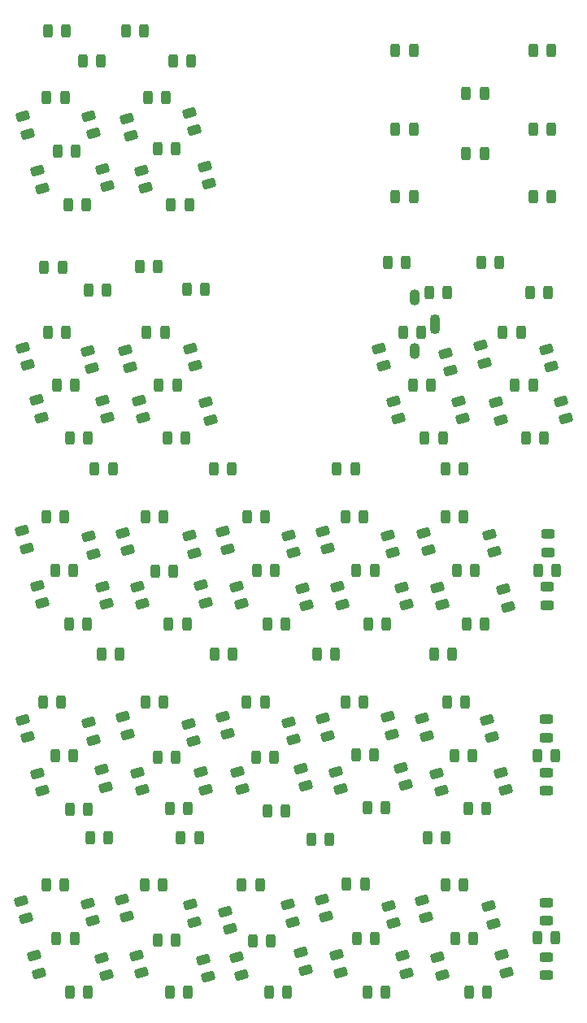
<source format=gbr>
G04 #@! TF.GenerationSoftware,KiCad,Pcbnew,7.0.5*
G04 #@! TF.CreationDate,2025-03-16T21:08:27-05:00*
G04 #@! TF.ProjectId,DSKY_led_display,44534b59-5f6c-4656-945f-646973706c61,V7*
G04 #@! TF.SameCoordinates,Original*
G04 #@! TF.FileFunction,Soldermask,Bot*
G04 #@! TF.FilePolarity,Negative*
%FSLAX46Y46*%
G04 Gerber Fmt 4.6, Leading zero omitted, Abs format (unit mm)*
G04 Created by KiCad (PCBNEW 7.0.5) date 2025-03-16 21:08:27*
%MOMM*%
%LPD*%
G01*
G04 APERTURE LIST*
G04 Aperture macros list*
%AMRoundRect*
0 Rectangle with rounded corners*
0 $1 Rounding radius*
0 $2 $3 $4 $5 $6 $7 $8 $9 X,Y pos of 4 corners*
0 Add a 4 corners polygon primitive as box body*
4,1,4,$2,$3,$4,$5,$6,$7,$8,$9,$2,$3,0*
0 Add four circle primitives for the rounded corners*
1,1,$1+$1,$2,$3*
1,1,$1+$1,$4,$5*
1,1,$1+$1,$6,$7*
1,1,$1+$1,$8,$9*
0 Add four rect primitives between the rounded corners*
20,1,$1+$1,$2,$3,$4,$5,0*
20,1,$1+$1,$4,$5,$6,$7,0*
20,1,$1+$1,$6,$7,$8,$9,0*
20,1,$1+$1,$8,$9,$2,$3,0*%
G04 Aperture macros list end*
%ADD10O,1.100000X1.700000*%
%ADD11O,1.100000X2.100000*%
%ADD12RoundRect,0.243750X-0.243750X-0.456250X0.243750X-0.456250X0.243750X0.456250X-0.243750X0.456250X0*%
%ADD13RoundRect,0.243750X-0.503791X0.117358X-0.377617X-0.353531X0.503791X-0.117358X0.377617X0.353531X0*%
%ADD14RoundRect,0.243750X0.503791X-0.117358X0.377617X0.353531X-0.503791X0.117358X-0.377617X-0.353531X0*%
%ADD15RoundRect,0.243750X0.456250X-0.243750X0.456250X0.243750X-0.456250X0.243750X-0.456250X-0.243750X0*%
G04 APERTURE END LIST*
D10*
G04 #@! TO.C,J1*
X78250000Y-70200000D03*
X78250000Y-64600000D03*
D11*
X80400000Y-67400000D03*
G04 #@! TD*
D12*
G04 #@! TO.C,D3*
X90604100Y-38862000D03*
X92479100Y-38862000D03*
G04 #@! TD*
G04 #@! TO.C,D4*
X76278500Y-38862000D03*
X78153500Y-38862000D03*
G04 #@! TD*
G04 #@! TO.C,D5*
X48236900Y-36830000D03*
X50111900Y-36830000D03*
G04 #@! TD*
G04 #@! TO.C,D6*
X40058100Y-36830000D03*
X41933100Y-36830000D03*
G04 #@! TD*
G04 #@! TO.C,D7*
X83644500Y-43332400D03*
X85519500Y-43332400D03*
G04 #@! TD*
G04 #@! TO.C,D8*
X53113700Y-39979600D03*
X54988700Y-39979600D03*
G04 #@! TD*
G04 #@! TO.C,D9*
X43715700Y-39979600D03*
X45590700Y-39979600D03*
G04 #@! TD*
G04 #@! TO.C,D10*
X90604100Y-47040800D03*
X92479100Y-47040800D03*
G04 #@! TD*
G04 #@! TO.C,D11*
X76278500Y-47040800D03*
X78153500Y-47040800D03*
G04 #@! TD*
G04 #@! TO.C,D12*
X83644500Y-49631600D03*
X85519500Y-49631600D03*
G04 #@! TD*
G04 #@! TO.C,D13*
X90604100Y-54051200D03*
X92479100Y-54051200D03*
G04 #@! TD*
G04 #@! TO.C,D14*
X76278500Y-54051200D03*
X78153500Y-54051200D03*
G04 #@! TD*
G04 #@! TO.C,D15*
X50472100Y-43789600D03*
X52347100Y-43789600D03*
G04 #@! TD*
G04 #@! TO.C,D16*
X39956500Y-43789600D03*
X41831500Y-43789600D03*
G04 #@! TD*
D13*
G04 #@! TO.C,D17*
X54824557Y-45373245D03*
X55309843Y-47184355D03*
G04 #@! TD*
G04 #@! TO.C,D18*
X44359757Y-45678045D03*
X44845043Y-47489155D03*
G04 #@! TD*
G04 #@! TO.C,D19*
X48271357Y-45932045D03*
X48756643Y-47743155D03*
G04 #@! TD*
G04 #@! TO.C,D20*
X37450957Y-45728845D03*
X37936243Y-47539955D03*
G04 #@! TD*
D12*
G04 #@! TO.C,D21*
X51488100Y-49123600D03*
X53363100Y-49123600D03*
G04 #@! TD*
G04 #@! TO.C,D22*
X41124900Y-49377600D03*
X42999900Y-49377600D03*
G04 #@! TD*
D13*
G04 #@! TO.C,D23*
X49795357Y-51367645D03*
X50280643Y-53178755D03*
G04 #@! TD*
G04 #@! TO.C,D24*
X39025757Y-51418445D03*
X39511043Y-53229555D03*
G04 #@! TD*
G04 #@! TO.C,D25*
X56399357Y-50961245D03*
X56884643Y-52772355D03*
G04 #@! TD*
G04 #@! TO.C,D26*
X45782157Y-51215245D03*
X46267443Y-53026355D03*
G04 #@! TD*
D12*
G04 #@! TO.C,D27*
X52910500Y-54914800D03*
X54785500Y-54914800D03*
G04 #@! TD*
G04 #@! TO.C,D28*
X42191700Y-54914800D03*
X44066700Y-54914800D03*
G04 #@! TD*
G04 #@! TO.C,D29*
X85219300Y-60960000D03*
X87094300Y-60960000D03*
G04 #@! TD*
G04 #@! TO.C,D30*
X75465700Y-60960000D03*
X77340700Y-60960000D03*
G04 #@! TD*
G04 #@! TO.C,D31*
X49659300Y-61366400D03*
X51534300Y-61366400D03*
G04 #@! TD*
G04 #@! TO.C,D32*
X39702500Y-61468000D03*
X41577500Y-61468000D03*
G04 #@! TD*
G04 #@! TO.C,D33*
X90299300Y-64109600D03*
X92174300Y-64109600D03*
G04 #@! TD*
G04 #@! TO.C,D34*
X79783700Y-64109600D03*
X81658700Y-64109600D03*
G04 #@! TD*
G04 #@! TO.C,D35*
X54586900Y-63754000D03*
X56461900Y-63754000D03*
G04 #@! TD*
G04 #@! TO.C,D36*
X44325300Y-63855600D03*
X46200300Y-63855600D03*
G04 #@! TD*
G04 #@! TO.C,D37*
X87454500Y-68224400D03*
X89329500Y-68224400D03*
G04 #@! TD*
G04 #@! TO.C,D38*
X77091300Y-68224400D03*
X78966300Y-68224400D03*
G04 #@! TD*
G04 #@! TO.C,D39*
X50370500Y-68224400D03*
X52245500Y-68224400D03*
G04 #@! TD*
G04 #@! TO.C,D40*
X40108900Y-68224400D03*
X41983900Y-68224400D03*
G04 #@! TD*
D13*
G04 #@! TO.C,D41*
X92010157Y-70011245D03*
X92495443Y-71822355D03*
G04 #@! TD*
G04 #@! TO.C,D42*
X81494557Y-70417645D03*
X81979843Y-72228755D03*
G04 #@! TD*
G04 #@! TO.C,D43*
X85101357Y-69604845D03*
X85586643Y-71415955D03*
G04 #@! TD*
G04 #@! TO.C,D44*
X74585757Y-69909645D03*
X75071043Y-71720755D03*
G04 #@! TD*
G04 #@! TO.C,D45*
X54926157Y-69909645D03*
X55411443Y-71720755D03*
G04 #@! TD*
G04 #@! TO.C,D46*
X44207357Y-70163645D03*
X44692643Y-71974755D03*
G04 #@! TD*
G04 #@! TO.C,D47*
X48169757Y-70062045D03*
X48655043Y-71873155D03*
G04 #@! TD*
G04 #@! TO.C,D48*
X37501757Y-69808045D03*
X37987043Y-71619155D03*
G04 #@! TD*
D12*
G04 #@! TO.C,D49*
X88724500Y-73761600D03*
X90599500Y-73761600D03*
G04 #@! TD*
G04 #@! TO.C,D50*
X78107300Y-73761600D03*
X79982300Y-73761600D03*
G04 #@! TD*
G04 #@! TO.C,D51*
X51640500Y-73761600D03*
X53515500Y-73761600D03*
G04 #@! TD*
G04 #@! TO.C,D52*
X41023300Y-73710800D03*
X42898300Y-73710800D03*
G04 #@! TD*
D13*
G04 #@! TO.C,D53*
X86726957Y-75548445D03*
X87212243Y-77359555D03*
G04 #@! TD*
G04 #@! TO.C,D54*
X76058957Y-75396045D03*
X76544243Y-77207155D03*
G04 #@! TD*
G04 #@! TO.C,D55*
X93534157Y-75396045D03*
X94019443Y-77207155D03*
G04 #@! TD*
D14*
G04 #@! TO.C,D56*
X83300643Y-77207155D03*
X82815357Y-75396045D03*
G04 #@! TD*
D13*
G04 #@! TO.C,D57*
X49541357Y-75345245D03*
X50026643Y-77156355D03*
G04 #@! TD*
G04 #@! TO.C,D58*
X38924157Y-75294445D03*
X39409443Y-77105555D03*
G04 #@! TD*
G04 #@! TO.C,D59*
X56500957Y-75548445D03*
X56986243Y-77359555D03*
G04 #@! TD*
G04 #@! TO.C,D60*
X45782157Y-75345245D03*
X46267443Y-77156355D03*
G04 #@! TD*
D12*
G04 #@! TO.C,D61*
X89892900Y-79197200D03*
X91767900Y-79197200D03*
G04 #@! TD*
G04 #@! TO.C,D62*
X79326500Y-79197200D03*
X81201500Y-79197200D03*
G04 #@! TD*
G04 #@! TO.C,D63*
X52504100Y-79197200D03*
X54379100Y-79197200D03*
G04 #@! TD*
G04 #@! TO.C,D64*
X42394900Y-79197200D03*
X44269900Y-79197200D03*
G04 #@! TD*
G04 #@! TO.C,D65*
X81485500Y-82423000D03*
X83360500Y-82423000D03*
G04 #@! TD*
G04 #@! TO.C,D66*
X70182500Y-82448400D03*
X72057500Y-82448400D03*
G04 #@! TD*
G04 #@! TO.C,D67*
X57380900Y-82448400D03*
X59255900Y-82448400D03*
G04 #@! TD*
G04 #@! TO.C,D68*
X44958000Y-82423000D03*
X46833000Y-82423000D03*
G04 #@! TD*
G04 #@! TO.C,D69*
X81510900Y-87426800D03*
X83385900Y-87426800D03*
G04 #@! TD*
G04 #@! TO.C,D70*
X71096900Y-87426800D03*
X72971900Y-87426800D03*
G04 #@! TD*
G04 #@! TO.C,D71*
X60835300Y-87426800D03*
X62710300Y-87426800D03*
G04 #@! TD*
G04 #@! TO.C,D72*
X50218100Y-87426800D03*
X52093100Y-87426800D03*
G04 #@! TD*
G04 #@! TO.C,D73*
X39905700Y-87426800D03*
X41780700Y-87426800D03*
G04 #@! TD*
D15*
G04 #@! TO.C,D74*
X92200000Y-91137500D03*
X92200000Y-89262500D03*
G04 #@! TD*
D13*
G04 #@! TO.C,D75*
X86066557Y-89315245D03*
X86551843Y-91126355D03*
G04 #@! TD*
G04 #@! TO.C,D76*
X79208557Y-89112045D03*
X79693843Y-90923155D03*
G04 #@! TD*
G04 #@! TO.C,D77*
X75500157Y-89366045D03*
X75985443Y-91177155D03*
G04 #@! TD*
G04 #@! TO.C,D78*
X65136957Y-89366045D03*
X65622243Y-91177155D03*
G04 #@! TD*
G04 #@! TO.C,D79*
X68692957Y-88959645D03*
X69178243Y-90770755D03*
G04 #@! TD*
G04 #@! TO.C,D80*
X58278957Y-89010445D03*
X58764243Y-90821555D03*
G04 #@! TD*
G04 #@! TO.C,D81*
X54824557Y-89416845D03*
X55309843Y-91227955D03*
G04 #@! TD*
G04 #@! TO.C,D82*
X44308957Y-89518445D03*
X44794243Y-91329555D03*
G04 #@! TD*
G04 #@! TO.C,D83*
X47864957Y-89112045D03*
X48350243Y-90923155D03*
G04 #@! TD*
G04 #@! TO.C,D84*
X37400157Y-88908845D03*
X37885443Y-90719955D03*
G04 #@! TD*
D12*
G04 #@! TO.C,D85*
X82679300Y-93065600D03*
X84554300Y-93065600D03*
G04 #@! TD*
G04 #@! TO.C,D86*
X91162500Y-93000000D03*
X93037500Y-93000000D03*
G04 #@! TD*
G04 #@! TO.C,D87*
X72214500Y-93065600D03*
X74089500Y-93065600D03*
G04 #@! TD*
G04 #@! TO.C,D88*
X61851300Y-93065600D03*
X63726300Y-93065600D03*
G04 #@! TD*
G04 #@! TO.C,D89*
X51284900Y-93116400D03*
X53159900Y-93116400D03*
G04 #@! TD*
G04 #@! TO.C,D90*
X40870900Y-93065600D03*
X42745900Y-93065600D03*
G04 #@! TD*
D13*
G04 #@! TO.C,D91*
X80630957Y-94801645D03*
X81116243Y-96612755D03*
G04 #@! TD*
G04 #@! TO.C,D92*
X87488957Y-95004845D03*
X87974243Y-96815955D03*
G04 #@! TD*
G04 #@! TO.C,D93*
X70216957Y-94750845D03*
X70702243Y-96561955D03*
G04 #@! TD*
G04 #@! TO.C,D94*
X59752157Y-94700045D03*
X60237443Y-96511155D03*
G04 #@! TD*
G04 #@! TO.C,D95*
X76922557Y-94801645D03*
X77407843Y-96612755D03*
G04 #@! TD*
G04 #@! TO.C,D96*
X66559357Y-94903245D03*
X67044643Y-96714355D03*
G04 #@! TD*
G04 #@! TO.C,D97*
X49388957Y-94700045D03*
X49874243Y-96511155D03*
G04 #@! TD*
G04 #@! TO.C,D98*
X38974957Y-94649245D03*
X39460243Y-96460355D03*
G04 #@! TD*
G04 #@! TO.C,D99*
X56043757Y-94598445D03*
X56529043Y-96409555D03*
G04 #@! TD*
G04 #@! TO.C,D100*
X45731357Y-94700045D03*
X46216643Y-96511155D03*
G04 #@! TD*
D12*
G04 #@! TO.C,D101*
X83695300Y-98602800D03*
X85570300Y-98602800D03*
G04 #@! TD*
D15*
G04 #@! TO.C,D102*
X92100000Y-96644700D03*
X92100000Y-94769700D03*
G04 #@! TD*
D12*
G04 #@! TO.C,D103*
X73433700Y-98602800D03*
X75308700Y-98602800D03*
G04 #@! TD*
G04 #@! TO.C,D104*
X62918100Y-98602800D03*
X64793100Y-98602800D03*
G04 #@! TD*
G04 #@! TO.C,D105*
X52656500Y-98602800D03*
X54531500Y-98602800D03*
G04 #@! TD*
G04 #@! TO.C,D106*
X42293300Y-98602800D03*
X44168300Y-98602800D03*
G04 #@! TD*
G04 #@! TO.C,D107*
X80291700Y-101752000D03*
X82166700Y-101752000D03*
G04 #@! TD*
G04 #@! TO.C,D108*
X68099700Y-101752000D03*
X69974700Y-101752000D03*
G04 #@! TD*
G04 #@! TO.C,D109*
X57431700Y-101752000D03*
X59306700Y-101752000D03*
G04 #@! TD*
G04 #@! TO.C,D110*
X45646100Y-101752000D03*
X47521100Y-101752000D03*
G04 #@! TD*
G04 #@! TO.C,D111*
X81663300Y-106782000D03*
X83538300Y-106782000D03*
G04 #@! TD*
D15*
G04 #@! TO.C,D112*
X92000000Y-110437500D03*
X92000000Y-108562500D03*
G04 #@! TD*
D12*
G04 #@! TO.C,D113*
X71046100Y-106782000D03*
X72921100Y-106782000D03*
G04 #@! TD*
G04 #@! TO.C,D114*
X60784500Y-106782000D03*
X62659500Y-106782000D03*
G04 #@! TD*
G04 #@! TO.C,D115*
X50218100Y-106782000D03*
X52093100Y-106782000D03*
G04 #@! TD*
G04 #@! TO.C,D116*
X39550100Y-106782000D03*
X41425100Y-106782000D03*
G04 #@! TD*
D13*
G04 #@! TO.C,D117*
X85812557Y-108619445D03*
X86297843Y-110430555D03*
G04 #@! TD*
G04 #@! TO.C,D118*
X79056157Y-108466445D03*
X79541443Y-110277555D03*
G04 #@! TD*
G04 #@! TO.C,D119*
X75449357Y-108314445D03*
X75934643Y-110125555D03*
G04 #@! TD*
G04 #@! TO.C,D120*
X65136957Y-108873445D03*
X65622243Y-110684555D03*
G04 #@! TD*
G04 #@! TO.C,D121*
X68743757Y-108466445D03*
X69229043Y-110277555D03*
G04 #@! TD*
G04 #@! TO.C,D122*
X58278957Y-108263445D03*
X58764243Y-110074555D03*
G04 #@! TD*
G04 #@! TO.C,D123*
X54722957Y-109025445D03*
X55208243Y-110836555D03*
G04 #@! TD*
G04 #@! TO.C,D124*
X44314757Y-108888445D03*
X44800043Y-110699555D03*
G04 #@! TD*
G04 #@! TO.C,D125*
X47864957Y-108314445D03*
X48350243Y-110125555D03*
G04 #@! TD*
G04 #@! TO.C,D126*
X37501757Y-108619445D03*
X37987043Y-110430555D03*
G04 #@! TD*
D12*
G04 #@! TO.C,D127*
X91061300Y-112319000D03*
X92936300Y-112319000D03*
G04 #@! TD*
G04 #@! TO.C,D128*
X82425300Y-112319000D03*
X84300300Y-112319000D03*
G04 #@! TD*
G04 #@! TO.C,D129*
X72163700Y-112268000D03*
X74038700Y-112268000D03*
G04 #@! TD*
G04 #@! TO.C,D130*
X61749700Y-112471000D03*
X63624700Y-112471000D03*
G04 #@! TD*
G04 #@! TO.C,D131*
X51488100Y-112471000D03*
X53363100Y-112471000D03*
G04 #@! TD*
G04 #@! TO.C,D132*
X40870900Y-112319000D03*
X42745900Y-112319000D03*
G04 #@! TD*
D13*
G04 #@! TO.C,D133*
X80580157Y-114207445D03*
X81065443Y-116018555D03*
G04 #@! TD*
G04 #@! TO.C,D134*
X87285757Y-114105445D03*
X87771043Y-115916555D03*
G04 #@! TD*
G04 #@! TO.C,D135*
X70064557Y-114004445D03*
X70549843Y-115815555D03*
G04 #@! TD*
G04 #@! TO.C,D136*
X59802957Y-114004445D03*
X60288243Y-115815555D03*
G04 #@! TD*
G04 #@! TO.C,D137*
X76820957Y-113597445D03*
X77306243Y-115408555D03*
G04 #@! TD*
G04 #@! TO.C,D138*
X66406957Y-113699445D03*
X66892243Y-115510555D03*
G04 #@! TD*
G04 #@! TO.C,D139*
X49388957Y-114105445D03*
X49874243Y-115916555D03*
G04 #@! TD*
G04 #@! TO.C,D140*
X38974957Y-114207445D03*
X39460243Y-116018555D03*
G04 #@! TD*
G04 #@! TO.C,D141*
X56043757Y-114054445D03*
X56529043Y-115865555D03*
G04 #@! TD*
G04 #@! TO.C,D142*
X45657357Y-113794445D03*
X46142643Y-115605555D03*
G04 #@! TD*
D15*
G04 #@! TO.C,D143*
X91978800Y-115999500D03*
X91978800Y-114124500D03*
G04 #@! TD*
D12*
G04 #@! TO.C,D144*
X83847700Y-117856000D03*
X85722700Y-117856000D03*
G04 #@! TD*
G04 #@! TO.C,D145*
X73332100Y-117754000D03*
X75207100Y-117754000D03*
G04 #@! TD*
G04 #@! TO.C,D146*
X62968900Y-118059000D03*
X64843900Y-118059000D03*
G04 #@! TD*
G04 #@! TO.C,D147*
X52758100Y-117805000D03*
X54633100Y-117805000D03*
G04 #@! TD*
G04 #@! TO.C,D148*
X42394900Y-117907000D03*
X44269900Y-117907000D03*
G04 #@! TD*
G04 #@! TO.C,D149*
X79631300Y-120853000D03*
X81506300Y-120853000D03*
G04 #@! TD*
G04 #@! TO.C,D150*
X67515500Y-121031000D03*
X69390500Y-121031000D03*
G04 #@! TD*
G04 #@! TO.C,D151*
X53926500Y-120853000D03*
X55801500Y-120853000D03*
G04 #@! TD*
G04 #@! TO.C,D152*
X44477700Y-120853000D03*
X46352700Y-120853000D03*
G04 #@! TD*
D15*
G04 #@! TO.C,D153*
X91978800Y-129512500D03*
X91978800Y-127637500D03*
G04 #@! TD*
D12*
G04 #@! TO.C,D154*
X81460100Y-125832000D03*
X83335100Y-125832000D03*
G04 #@! TD*
G04 #@! TO.C,D155*
X71198500Y-125730000D03*
X73073500Y-125730000D03*
G04 #@! TD*
G04 #@! TO.C,D156*
X60276500Y-125832000D03*
X62151500Y-125832000D03*
G04 #@! TD*
G04 #@! TO.C,D157*
X50167300Y-125832000D03*
X52042300Y-125832000D03*
G04 #@! TD*
G04 #@! TO.C,D158*
X39905700Y-125832000D03*
X41780700Y-125832000D03*
G04 #@! TD*
D13*
G04 #@! TO.C,D159*
X85964957Y-128024445D03*
X86450243Y-129835555D03*
G04 #@! TD*
G04 #@! TO.C,D160*
X79005357Y-127415445D03*
X79490643Y-129226555D03*
G04 #@! TD*
G04 #@! TO.C,D161*
X75550957Y-127974445D03*
X76036243Y-129785555D03*
G04 #@! TD*
G04 #@! TO.C,D162*
X65086157Y-127872445D03*
X65571443Y-129683555D03*
G04 #@! TD*
D12*
G04 #@! TO.C,D163*
X91061300Y-131267000D03*
X92936300Y-131267000D03*
G04 #@! TD*
D13*
G04 #@! TO.C,D164*
X68591357Y-127313445D03*
X69076643Y-129124555D03*
G04 #@! TD*
G04 #@! TO.C,D165*
X58532957Y-128583445D03*
X59018243Y-130394555D03*
G04 #@! TD*
G04 #@! TO.C,D166*
X54875357Y-127872445D03*
X55360643Y-129683555D03*
G04 #@! TD*
G04 #@! TO.C,D167*
X44221757Y-127719445D03*
X44707043Y-129530555D03*
G04 #@! TD*
G04 #@! TO.C,D168*
X47828557Y-127312445D03*
X48313843Y-129123555D03*
G04 #@! TD*
G04 #@! TO.C,D169*
X37298557Y-127466445D03*
X37783843Y-129277555D03*
G04 #@! TD*
D12*
G04 #@! TO.C,D170*
X82476100Y-131420000D03*
X84351100Y-131420000D03*
G04 #@! TD*
G04 #@! TO.C,D171*
X72265300Y-131369000D03*
X74140300Y-131369000D03*
G04 #@! TD*
G04 #@! TO.C,D172*
X61394100Y-131623000D03*
X63269100Y-131623000D03*
G04 #@! TD*
G04 #@! TO.C,D173*
X51488100Y-131521000D03*
X53363100Y-131521000D03*
G04 #@! TD*
G04 #@! TO.C,D174*
X40972500Y-131369000D03*
X42847500Y-131369000D03*
G04 #@! TD*
D13*
G04 #@! TO.C,D175*
X80630957Y-133358445D03*
X81116243Y-135169555D03*
G04 #@! TD*
D15*
G04 #@! TO.C,D176*
X91978800Y-135201500D03*
X91978800Y-133326500D03*
G04 #@! TD*
D13*
G04 #@! TO.C,D177*
X87336557Y-133104445D03*
X87821843Y-134915555D03*
G04 #@! TD*
G04 #@! TO.C,D178*
X70115357Y-133104445D03*
X70600643Y-134915555D03*
G04 #@! TD*
G04 #@! TO.C,D179*
X59752157Y-133358445D03*
X60237443Y-135169555D03*
G04 #@! TD*
G04 #@! TO.C,D180*
X76973357Y-133206445D03*
X77458643Y-135017555D03*
G04 #@! TD*
G04 #@! TO.C,D181*
X66457757Y-132850445D03*
X66943043Y-134661555D03*
G04 #@! TD*
G04 #@! TO.C,D182*
X49301757Y-133154445D03*
X49787043Y-134965555D03*
G04 #@! TD*
G04 #@! TO.C,D183*
X38684557Y-133205445D03*
X39169843Y-135016555D03*
G04 #@! TD*
G04 #@! TO.C,D184*
X56297757Y-133562445D03*
X56783043Y-135373555D03*
G04 #@! TD*
G04 #@! TO.C,D185*
X45694957Y-133408445D03*
X46180243Y-135219555D03*
G04 #@! TD*
D12*
G04 #@! TO.C,D186*
X83949300Y-136957000D03*
X85824300Y-136957000D03*
G04 #@! TD*
G04 #@! TO.C,D187*
X73332100Y-136957000D03*
X75207100Y-136957000D03*
G04 #@! TD*
G04 #@! TO.C,D188*
X63121300Y-136957000D03*
X64996300Y-136957000D03*
G04 #@! TD*
G04 #@! TO.C,D189*
X52808900Y-136957000D03*
X54683900Y-136957000D03*
G04 #@! TD*
G04 #@! TO.C,D190*
X42344100Y-136957000D03*
X44219100Y-136957000D03*
G04 #@! TD*
M02*

</source>
